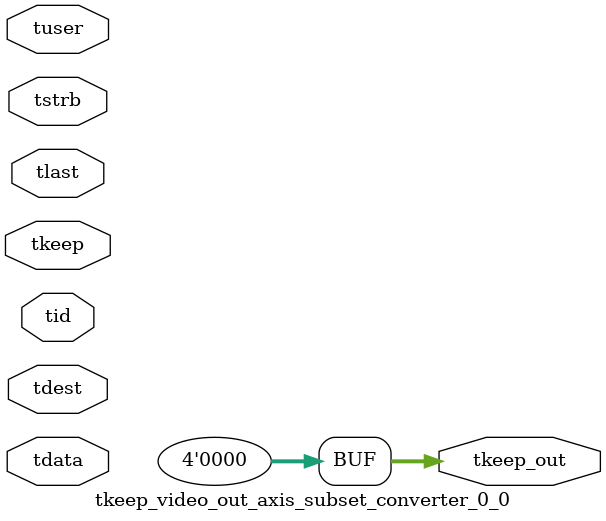
<source format=v>


`timescale 1ps/1ps

module tkeep_video_out_axis_subset_converter_0_0 #
(
parameter C_S_AXIS_TDATA_WIDTH = 32,
parameter C_S_AXIS_TUSER_WIDTH = 0,
parameter C_S_AXIS_TID_WIDTH   = 0,
parameter C_S_AXIS_TDEST_WIDTH = 0,
parameter C_M_AXIS_TDATA_WIDTH = 32
)
(
input  [(C_S_AXIS_TDATA_WIDTH == 0 ? 1 : C_S_AXIS_TDATA_WIDTH)-1:0     ] tdata,
input  [(C_S_AXIS_TUSER_WIDTH == 0 ? 1 : C_S_AXIS_TUSER_WIDTH)-1:0     ] tuser,
input  [(C_S_AXIS_TID_WIDTH   == 0 ? 1 : C_S_AXIS_TID_WIDTH)-1:0       ] tid,
input  [(C_S_AXIS_TDEST_WIDTH == 0 ? 1 : C_S_AXIS_TDEST_WIDTH)-1:0     ] tdest,
input  [(C_S_AXIS_TDATA_WIDTH/8)-1:0 ] tkeep,
input  [(C_S_AXIS_TDATA_WIDTH/8)-1:0 ] tstrb,
input                                                                    tlast,
output [(C_M_AXIS_TDATA_WIDTH/8)-1:0 ] tkeep_out
);

assign tkeep_out = {1'b0};

endmodule


</source>
